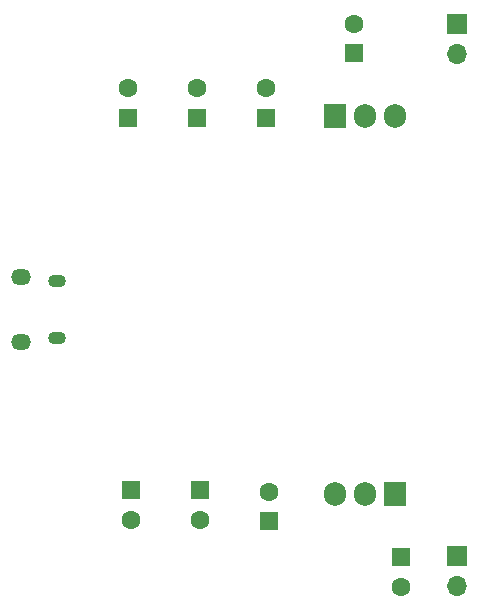
<source format=gbs>
G04 #@! TF.GenerationSoftware,KiCad,Pcbnew,(5.1.10)-1*
G04 #@! TF.CreationDate,2022-01-06T01:02:44-05:00*
G04 #@! TF.ProjectId,Charge_Pump,43686172-6765-45f5-9075-6d702e6b6963,rev?*
G04 #@! TF.SameCoordinates,Original*
G04 #@! TF.FileFunction,Soldermask,Bot*
G04 #@! TF.FilePolarity,Negative*
%FSLAX46Y46*%
G04 Gerber Fmt 4.6, Leading zero omitted, Abs format (unit mm)*
G04 Created by KiCad (PCBNEW (5.1.10)-1) date 2022-01-06 01:02:44*
%MOMM*%
%LPD*%
G01*
G04 APERTURE LIST*
%ADD10O,1.700000X1.700000*%
%ADD11R,1.700000X1.700000*%
%ADD12C,1.600000*%
%ADD13R,1.600000X1.600000*%
%ADD14O,1.905000X2.000000*%
%ADD15R,1.905000X2.000000*%
%ADD16O,1.700000X1.350000*%
%ADD17O,1.500000X1.100000*%
G04 APERTURE END LIST*
D10*
X195400000Y-127700000D03*
D11*
X195400000Y-125160000D03*
D12*
X173609000Y-122072000D03*
D13*
X173609000Y-119572000D03*
D10*
X195400000Y-82640000D03*
D11*
X195400000Y-80100000D03*
D14*
X185039000Y-119888000D03*
X187579000Y-119888000D03*
D15*
X190119000Y-119888000D03*
D14*
X190119000Y-87884000D03*
X187579000Y-87884000D03*
D15*
X185039000Y-87884000D03*
D16*
X158524000Y-106972000D03*
X158524000Y-101512000D03*
D17*
X161524000Y-106662000D03*
X161524000Y-101822000D03*
D13*
X167513000Y-88036000D03*
D12*
X167513000Y-85536000D03*
D13*
X167767000Y-119572000D03*
D12*
X167767000Y-122072000D03*
X173355000Y-85536000D03*
D13*
X173355000Y-88036000D03*
X179451000Y-122174000D03*
D12*
X179451000Y-119674000D03*
X179197000Y-85511000D03*
D13*
X179197000Y-88011000D03*
D12*
X186690000Y-80050000D03*
D13*
X186690000Y-82550000D03*
X190627000Y-125222000D03*
D12*
X190627000Y-127722000D03*
M02*

</source>
